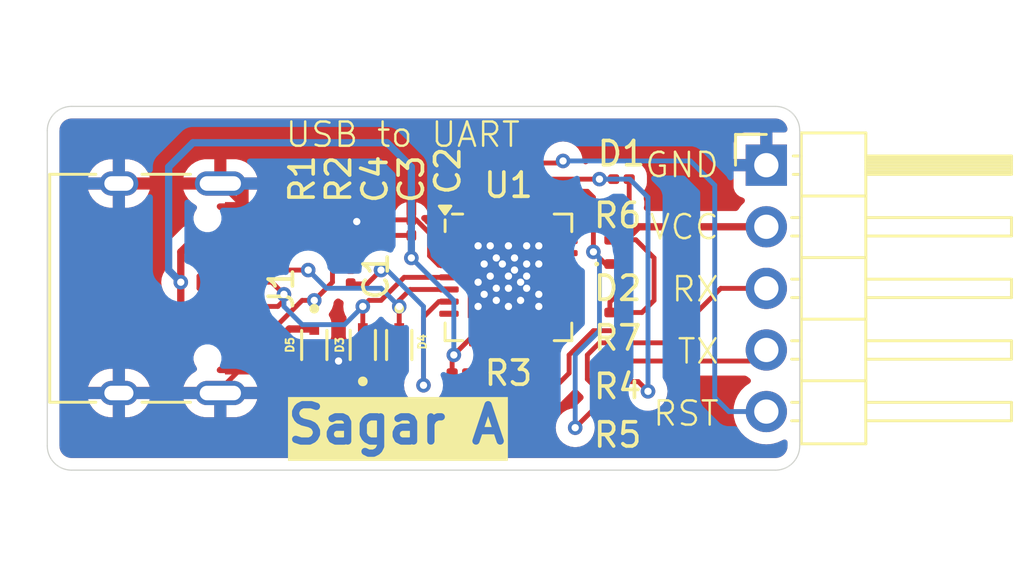
<source format=kicad_pcb>
(kicad_pcb (version 20240108) (generator "pcbnew") (generator_version "8.0")
  (layers (0 "F.Cu" signal) (31 "B.Cu" signal) (34 "B.Paste" user) (35 "F.Paste" user) (36 "B.SilkS" user "B.Silkscreen") (37 "F.SilkS" user "F.Silkscreen") (38 "B.Mask" user) (39 "F.Mask" user) (44 "Edge.Cuts" user))
  (net 0 "")
  (net 1 "GND")
  (net 2 "Net-(U1-VDD)")
  (net 3 "/RST")
  (net 4 "Net-(U1-~{DTR})")
  (net 5 "/VBUS")
  (net 6 "Net-(D1-K)")
  (net 7 "Net-(D1-A)")
  (net 8 "Net-(D2-A)")
  (net 9 "Net-(D2-K)")
  (net 10 "/D+")
  (net 11 "/D-")
  (net 12 "Net-(J1-CC2)")
  (net 15 "Net-(J1-CC1)")
  (net 16 "/TX")
  (net 17 "/RX")
  (net 18 "Net-(U1-~{RST})")
  (footprint "Connector_PinHeader_2.54mm:PinHeader_1x05_P2.54mm_Horizontal" (layer "F.Cu") (at 163.625 131.925)
    (property "Reference" "J2" (hide yes))
    (property "Value" "Conn_01x05_Pin")
    (fp_line (start -1.27 -1.27) (end 0 -1.27) (stroke (width 0.12)) (layer "F.SilkS"))
    (fp_line (start -1.27 0) (end -1.27 -1.27) (stroke (width 0.12)) (layer "F.SilkS"))
    (fp_line (start 1.042929 2.16) (end 1.44 2.16) (stroke (width 0.12)) (layer "F.SilkS"))
    (fp_line (start 1.042929 2.92) (end 1.44 2.92) (stroke (width 0.12)) (layer "F.SilkS"))
    (fp_line (start 1.042929 4.7) (end 1.44 4.7) (stroke (width 0.12)) (layer "F.SilkS"))
    (fp_line (start 1.042929 5.46) (end 1.44 5.46) (stroke (width 0.12)) (layer "F.SilkS"))
    (fp_line (start 1.042929 7.24) (end 1.44 7.24) (stroke (width 0.12)) (layer "F.SilkS"))
    (fp_line (start 1.042929 8) (end 1.44 8) (stroke (width 0.12)) (layer "F.SilkS"))
    (fp_line (start 1.042929 9.78) (end 1.44 9.78) (stroke (width 0.12)) (layer "F.SilkS"))
    (fp_line (start 1.042929 10.54) (end 1.44 10.54) (stroke (width 0.12)) (layer "F.SilkS"))
    (fp_line (start 1.11 -0.38) (end 1.44 -0.38) (stroke (width 0.12)) (layer "F.SilkS"))
    (fp_line (start 1.11 0.38) (end 1.44 0.38) (stroke (width 0.12)) (layer "F.SilkS"))
    (fp_line (start 1.44 -1.33) (end 1.44 11.49) (stroke (width 0.12)) (layer "F.SilkS"))
    (fp_line (start 1.44 1.27) (end 4.1 1.27) (stroke (width 0.12)) (layer "F.SilkS"))
    (fp_line (start 1.44 3.81) (end 4.1 3.81) (stroke (width 0.12)) (layer "F.SilkS"))
    (fp_line (start 1.44 6.35) (end 4.1 6.35) (stroke (width 0.12)) (layer "F.SilkS"))
    (fp_line (start 1.44 8.89) (end 4.1 8.89) (stroke (width 0.12)) (layer "F.SilkS"))
    (fp_line (start 1.44 11.49) (end 4.1 11.49) (stroke (width 0.12)) (layer "F.SilkS"))
    (fp_line (start 4.1 -1.33) (end 1.44 -1.33) (stroke (width 0.12)) (layer "F.SilkS"))
    (fp_line (start 4.1 -0.38) (end 10.1 -0.38) (stroke (width 0.12)) (layer "F.SilkS"))
    (fp_line (start 4.1 -0.32) (end 10.1 -0.32) (stroke (width 0.12)) (layer "F.SilkS"))
    (fp_line (start 4.1 -0.2) (end 10.1 -0.2) (stroke (width 0.12)) (layer "F.SilkS"))
    (fp_line (start 4.1 -0.08) (end 10.1 -0.08) (stroke (width 0.12)) (layer "F.SilkS"))
    (fp_line (start 4.1 0.04) (end 10.1 0.04) (stroke (width 0.12)) (layer "F.SilkS"))
    (fp_line (start 4.1 0.16) (end 10.1 0.16) (stroke (width 0.12)) (layer "F.SilkS"))
    (fp_line (start 4.1 0.28) (end 10.1 0.28) (stroke (width 0.12)) (layer "F.SilkS"))
    (fp_line (start 4.1 2.16) (end 10.1 2.16) (stroke (width 0.12)) (layer "F.SilkS"))
    (fp_line (start 4.1 4.7) (end 10.1 4.7) (stroke (width 0.12)) (layer "F.SilkS"))
    (fp_line (start 4.1 7.24) (end 10.1 7.24) (stroke (width 0.12)) (layer "F.SilkS"))
    (fp_line (start 4.1 9.78) (end 10.1 9.78) (stroke (width 0.12)) (layer "F.SilkS"))
    (fp_line (start 4.1 11.49) (end 4.1 -1.33) (stroke (width 0.12)) (layer "F.SilkS"))
    (fp_line (start 10.1 -0.38) (end 10.1 0.38) (stroke (width 0.12)) (layer "F.SilkS"))
    (fp_line (start 10.1 0.38) (end 4.1 0.38) (stroke (width 0.12)) (layer "F.SilkS"))
    (fp_line (start 10.1 2.16) (end 10.1 2.92) (stroke (width 0.12)) (layer "F.SilkS"))
    (fp_line (start 10.1 2.92) (end 4.1 2.92) (stroke (width 0.12)) (layer "F.SilkS"))
    (fp_line (start 10.1 4.7) (end 10.1 5.46) (stroke (width 0.12)) (layer "F.SilkS"))
    (fp_line (start 10.1 5.46) (end 4.1 5.46) (stroke (width 0.12)) (layer "F.SilkS"))
    (fp_line (start 10.1 7.24) (end 10.1 8) (stroke (width 0.12)) (layer "F.SilkS"))
    (fp_line (start 10.1 8) (end 4.1 8) (stroke (width 0.12)) (layer "F.SilkS"))
    (fp_line (start 10.1 9.78) (end 10.1 10.54) (stroke (width 0.12)) (layer "F.SilkS"))
    (fp_line (start 10.1 10.54) (end 4.1 10.54) (stroke (width 0.12)) (layer "F.SilkS"))
    (pad "1" thru_hole rect (at 0 0) (size 1.7 1.7) (drill 1) (layers "*.Cu" "*.Mask") (net 1 "GND"))
    (pad "2" thru_hole oval (at 0 2.54) (size 1.7 1.7) (drill 1) (layers "*.Cu" "*.Mask") (net 5 "/VBUS"))
    (pad "3" thru_hole oval (at 0 5.08) (size 1.7 1.7) (drill 1) (layers "*.Cu" "*.Mask") (net 17 "/RX"))
    (pad "4" thru_hole oval (at 0 7.62) (size 1.7 1.7) (drill 1) (layers "*.Cu" "*.Mask") (net 16 "/TX"))
    (pad "5" thru_hole oval (at 0 10.16) (size 1.7 1.7) (drill 1) (layers "*.Cu" "*.Mask") (net 3 "/RST"))
  )
  (footprint "LESD5D5.0CT1G:TVS_LESD5D5.0CT1G" (layer "F.Cu") (at 145 139.34 -90)
    (property "Reference" "D5" (at 0 1 90) (layer "F.SilkS") (effects (font (size 0.32 0.32))))
    (property "Value" "LESD5D5.0CT1G")
    (fp_line (start 0.6 0.52) (end -0.6 0.52) (stroke (width 0.127)) (layer "F.SilkS"))
    (fp_line (start -0.6 -0.52) (end 0.6 -0.52) (stroke (width 0.127)) (layer "F.SilkS"))
    (fp_circle (center -1.5 0) (end -1.4 0) (stroke (width 0.2)) (fill none) (layer "F.SilkS"))
    (pad "1" smd rect (at -0.66 0 270) (size 0.48 0.4) (layers "F.Cu" "F.Paste" "F.Mask") (net 5 "/VBUS"))
    (pad "2" smd rect (at 0.66 0 270) (size 0.48 0.4) (layers "F.Cu" "F.Paste" "F.Mask") (net 1 "GND"))
  )
  (footprint "Resistor_SMD:R_0201_0603Metric" (layer "F.Cu") (at 157.5 135 180)
    (property "Reference" "R6" (at 0 1 0) (layer "F.SilkS"))
    (property "Value" "1K")
    (pad "1" smd roundrect (at -0.32 0 180) (size 0.46 0.4) (layers "F.Cu" "F.Mask") (net 5 "/VBUS"))
    (pad "2" smd roundrect (at 0.32 0 180) (size 0.46 0.4) (layers "F.Cu" "F.Mask") (net 7 "Net-(D1-A)"))
  )
  (footprint "LESD5D5.0CT1G:TVS_LESD5D5.0CT1G" (layer "F.Cu") (at 148.5 139.34 -90)
    (property "Reference" "D4" (at -0.134 -0.9532 90) (layer "F.SilkS") (effects (font (size 0.32 0.32))))
    (property "Value" "LESD5D5.0CT1G")
    (fp_line (start 0.6 0.52) (end -0.6 0.52) (stroke (width 0.127)) (layer "F.SilkS"))
    (fp_line (start -0.6 -0.52) (end 0.6 -0.52) (stroke (width 0.127)) (layer "F.SilkS"))
    (fp_circle (center -1.5 0) (end -1.4 0) (stroke (width 0.2)) (fill none) (layer "F.SilkS"))
    (pad "1" smd rect (at -0.66 0 270) (size 0.48 0.4) (layers "F.Cu" "F.Paste" "F.Mask") (net 11 "/D-"))
    (pad "2" smd rect (at 0.66 0 270) (size 0.48 0.4) (layers "F.Cu" "F.Paste" "F.Mask") (net 1 "GND"))
  )
  (footprint "Resistor_SMD:R_0201_0603Metric" (layer "F.Cu") (at 144.5 134.5 90)
    (property "Reference" "R1" (at 2 0 90) (layer "F.SilkS"))
    (property "Value" "5.1K")
    (pad "1" smd roundrect (at -0.32 0 90) (size 0.46 0.4) (layers "F.Cu" "F.Mask") (net 15 "Net-(J1-CC1)"))
    (pad "2" smd roundrect (at 0.32 0 90) (size 0.46 0.4) (layers "F.Cu" "F.Mask") (net 1 "GND"))
  )
  (footprint "Package_DFN_QFN:QFN-28-1EP_5x5mm_P0.5mm_EP3.35x3.35mm" (layer "F.Cu") (at 153 136.55)
    (property "Reference" "U1" (at 0 -3.8 0) (layer "F.SilkS"))
    (property "Value" "CP2102N-Axx-xQFN28")
    (fp_line (start -2.61 -1.885) (end -2.61 -2.37) (stroke (width 0.12)) (layer "F.SilkS"))
    (fp_line (start -2.61 2.61) (end -2.61 1.885) (stroke (width 0.12)) (layer "F.SilkS"))
    (fp_line (start -1.885 -2.61) (end -2.31 -2.61) (stroke (width 0.12)) (layer "F.SilkS"))
    (fp_line (start -1.885 2.61) (end -2.61 2.61) (stroke (width 0.12)) (layer "F.SilkS"))
    (fp_line (start 1.885 -2.61) (end 2.61 -2.61) (stroke (width 0.12)) (layer "F.SilkS"))
    (fp_line (start 1.885 2.61) (end 2.61 2.61) (stroke (width 0.12)) (layer "F.SilkS"))
    (fp_line (start 2.61 -2.61) (end 2.61 -1.885) (stroke (width 0.12)) (layer "F.SilkS"))
    (fp_line (start 2.61 2.61) (end 2.61 1.885) (stroke (width 0.12)) (layer "F.SilkS"))
    (fp_poly (pts (xy -2.61 -2.61) (xy -2.85 -2.94) (xy -2.37 -2.94) (xy -2.61 -2.61)) (stroke (width 0.12)) (fill solid) (layer "F.SilkS"))
    (pad "1" smd roundrect (at -2.45 -1.5) (size 0.8 0.25) (layers "F.Cu" "F.Paste" "F.Mask"))
    (pad "2" smd roundrect (at -2.45 -1) (size 0.8 0.25) (layers "F.Cu" "F.Paste" "F.Mask"))
    (pad "3" smd roundrect (at -2.45 -0.5) (size 0.8 0.25) (layers "F.Cu" "F.Paste" "F.Mask") (net 1 "GND"))
    (pad "4" smd roundrect (at -2.45 0) (size 0.8 0.25) (layers "F.Cu" "F.Paste" "F.Mask") (net 10 "/D+"))
    (pad "5" smd roundrect (at -2.45 0.5) (size 0.8 0.25) (layers "F.Cu" "F.Paste" "F.Mask") (net 11 "/D-"))
    (pad "6" smd roundrect (at -2.45 1) (size 0.8 0.25) (layers "F.Cu" "F.Paste" "F.Mask") (net 2 "Net-(U1-VDD)"))
    (pad "7" smd roundrect (at -2.45 1.5) (size 0.8 0.25) (layers "F.Cu" "F.Paste" "F.Mask") (net 5 "/VBUS"))
    (pad "8" smd roundrect (at -1.5 2.45) (size 0.25 0.8) (layers "F.Cu" "F.Paste" "F.Mask") (net 5 "/VBUS"))
    (pad "9" smd roundrect (at -1 2.45) (size 0.25 0.8) (layers "F.Cu" "F.Paste" "F.Mask") (net 18 "Net-(U1-~{RST})"))
    (pad "10" smd roundrect (at -0.5 2.45) (size 0.25 0.8) (layers "F.Cu" "F.Paste" "F.Mask"))
    (pad "11" smd roundrect (at 0 2.45) (size 0.25 0.8) (layers "F.Cu" "F.Paste" "F.Mask"))
    (pad "12" smd roundrect (at 0.5 2.45) (size 0.25 0.8) (layers "F.Cu" "F.Paste" "F.Mask"))
    (pad "13" smd roundrect (at 1 2.45) (size 0.25 0.8) (layers "F.Cu" "F.Paste" "F.Mask"))
    (pad "14" smd roundrect (at 1.5 2.45) (size 0.25 0.8) (layers "F.Cu" "F.Paste" "F.Mask"))
    (pad "15" smd roundrect (at 2.45 1.5) (size 0.8 0.25) (layers "F.Cu" "F.Paste" "F.Mask"))
    (pad "16" smd roundrect (at 2.45 1) (size 0.8 0.25) (layers "F.Cu" "F.Paste" "F.Mask"))
    (pad "17" smd roundrect (at 2.45 0.5) (size 0.8 0.25) (layers "F.Cu" "F.Paste" "F.Mask"))
    (pad "18" smd roundrect (at 2.45 0) (size 0.8 0.25) (layers "F.Cu" "F.Paste" "F.Mask"))
    (pad "19" smd roundrect (at 2.45 -0.5) (size 0.8 0.25) (layers "F.Cu" "F.Paste" "F.Mask"))
    (pad "20" smd roundrect (at 2.45 -1) (size 0.8 0.25) (layers "F.Cu" "F.Paste" "F.Mask"))
    (pad "21" smd roundrect (at 2.45 -1.5) (size 0.8 0.25) (layers "F.Cu" "F.Paste" "F.Mask"))
    (pad "22" smd roundrect (at 1.5 -2.45) (size 0.25 0.8) (layers "F.Cu" "F.Paste" "F.Mask"))
    (pad "23" smd roundrect (at 1 -2.45) (size 0.25 0.8) (layers "F.Cu" "F.Paste" "F.Mask"))
    (pad "24" smd roundrect (at 0.5 -2.45) (size 0.25 0.8) (layers "F.Cu" "F.Paste" "F.Mask"))
    (pad "25" smd roundrect (at 0 -2.45) (size 0.25 0.8) (layers "F.Cu" "F.Paste" "F.Mask") (net 9 "Net-(D2-K)"))
    (pad "26" smd roundrect (at -0.5 -2.45) (size 0.25 0.8) (layers "F.Cu" "F.Paste" "F.Mask") (net 6 "Net-(D1-K)"))
    (pad "27" smd roundrect (at -1 -2.45) (size 0.25 0.8) (layers "F.Cu" "F.Paste" "F.Mask"))
    (pad "28" smd roundrect (at -1.5 -2.45) (size 0.25 0.8) (layers "F.Cu" "F.Paste" "F.Mask") (net 4 "Net-(U1-~{DTR})"))
    (pad "29" smd rect (at 0 0) (size 3.35 3.35) (property pad_prop_heatsink) (layers "F.Cu" "F.Mask") (net 1 "GND"))
  )
  (footprint "LED_SMD:LED_0201_0603Metric" (layer "F.Cu") (at 157.655 132.5)
    (property "Reference" "D1" (at 0 -1.05 0) (layer "F.SilkS"))
    (property "Value" "LED")
    (fp_circle (center -0.86 0) (end -0.81 0) (stroke (width 0.1)) (fill none) (layer "F.SilkS"))
    (pad "1" smd roundrect (at -0.32 0) (size 0.46 0.4) (layers "F.Cu" "F.Mask") (net 6 "Net-(D1-K)"))
    (pad "2" smd roundrect (at 0.32 0) (size 0.46 0.4) (layers "F.Cu" "F.Mask") (net 7 "Net-(D1-A)"))
  )
  (footprint "Resistor_SMD:R_0201_0603Metric" (layer "F.Cu") (at 151 140.5)
    (property "Reference" "R3" (at 2 0 0) (layer "F.SilkS"))
    (property "Value" "10K")
    (pad "1" smd roundrect (at -0.32 0) (size 0.46 0.4) (layers "F.Cu" "F.Mask") (net 5 "/VBUS"))
    (pad "2" smd roundrect (at 0.32 0) (size 0.46 0.4) (layers "F.Cu" "F.Mask") (net 18 "Net-(U1-~{RST})"))
  )
  (footprint "Connector_USB:USB_C_Receptacle_HRO_TYPE-C-31-M-12" (layer "F.Cu") (at 138 137 -90)
    (property "Reference" "J1" (at 0 -5.645 90) (layer "F.SilkS"))
    (property "Value" "USB_C_Receptacle_USB2.0_16P")
    (fp_line (start -4.7 3.9) (end 4.7 3.9) (stroke (width 0.12)) (layer "F.SilkS"))
    (fp_line (start -4.7 2) (end -4.7 3.9) (stroke (width 0.12)) (layer "F.SilkS"))
    (fp_line (start 4.7 2) (end 4.7 3.9) (stroke (width 0.12)) (layer "F.SilkS"))
    (fp_line (start -4.7 -1.9) (end -4.7 0.1) (stroke (width 0.12)) (layer "F.SilkS"))
    (fp_line (start 4.7 -1.9) (end 4.7 0.1) (stroke (width 0.12)) (layer "F.SilkS"))
    (pad "" np_thru_hole circle (at -2.89 -2.6 270) (size 0.65 0.65) (drill 0.65) (layers "*.Cu" "*.Mask"))
    (pad "" np_thru_hole circle (at 2.89 -2.6 270) (size 0.65 0.65) (drill 0.65) (layers "*.Cu" "*.Mask"))
    (pad "A1" smd rect (at -3.25 -4.045 270) (size 0.6 1.45) (layers "F.Cu" "F.Paste" "F.Mask") (net 1 "GND"))
    (pad "A4" smd rect (at -2.45 -4.045 270) (size 0.6 1.45) (layers "F.Cu" "F.Paste" "F.Mask") (net 5 "/VBUS"))
    (pad "A5" smd rect (at -1.25 -4.045 270) (size 0.3 1.45) (layers "F.Cu" "F.Paste" "F.Mask") (net 15 "Net-(J1-CC1)"))
    (pad "A6" smd rect (at -0.25 -4.045 270) (size 0.3 1.45) (layers "F.Cu" "F.Paste" "F.Mask") (net 10 "/D+"))
    (pad "A7" smd rect (at 0.25 -4.045 270) (size 0.3 1.45) (layers "F.Cu" "F.Paste" "F.Mask") (net 11 "/D-"))
    (pad "A8" smd rect (at 1.25 -4.045 270) (size 0.3 1.45) (layers "F.Cu" "F.Paste" "F.Mask"))
    (pad "A9" smd rect (at 2.45 -4.045 270) (size 0.6 1.45) (layers "F.Cu" "F.Paste" "F.Mask") (net 5 "/VBUS"))
    (pad "A12" smd rect (at 3.25 -4.045 270) (size 0.6 1.45) (layers "F.Cu" "F.Paste" "F.Mask") (net 1 "GND"))
    (pad "B1" smd rect (at 3.25 -4.045 270) (size 0.6 1.45) (layers "F.Cu" "F.Paste" "F.Mask") (net 1 "GND"))
    (pad "B4" smd rect (at 2.45 -4.045 270) (size 0.6 1.45) (layers "F.Cu" "F.Paste" "F.Mask") (net 5 "/VBUS"))
    (pad "B5" smd rect (at 1.75 -4.045 270) (size 0.3 1.45) (layers "F.Cu" "F.Paste" "F.Mask") (net 12 "Net-(J1-CC2)"))
    (pad "B6" smd rect (at 0.75 -4.045 270) (size 0.3 1.45) (layers "F.Cu" "F.Paste" "F.Mask") (net 10 "/D+"))
    (pad "B7" smd rect (at -0.75 -4.045 270) (size 0.3 1.45) (layers "F.Cu" "F.Paste" "F.Mask") (net 11 "/D-"))
    (pad "B8" smd rect (at -1.75 -4.045 270) (size 0.3 1.45) (layers "F.Cu" "F.Paste" "F.Mask"))
    (pad "B9" smd rect (at -2.45 -4.045 270) (size 0.6 1.45) (layers "F.Cu" "F.Paste" "F.Mask") (net 5 "/VBUS"))
    (pad "B12" smd rect (at -3.25 -4.045 270) (size 0.6 1.45) (layers "F.Cu" "F.Paste" "F.Mask") (net 1 "GND"))
    (pad "S1" thru_hole oval (at -4.32 -3.13 270) (size 1 2.1) (drill oval 0.6 1.7) (layers "*.Cu" "*.Mask") (net 1 "GND"))
    (pad "S1" thru_hole oval (at -4.32 1.05 270) (size 1 1.6) (drill oval 0.6 1.2) (layers "*.Cu" "*.Mask") (net 1 "GND"))
    (pad "S1" thru_hole oval (at 4.32 -3.13 270) (size 1 2.1) (drill oval 0.6 1.7) (layers "*.Cu" "*.Mask") (net 1 "GND"))
    (pad "S1" thru_hole oval (at 4.32 1.05 270) (size 1 1.6) (drill oval 0.6 1.2) (layers "*.Cu" "*.Mask") (net 1 "GND"))
  )
  (footprint "Capacitor_SMD:C_0201_0603Metric" (layer "F.Cu") (at 146.5 136.5 -90)
    (property "Reference" "C1" (at 0 -1.05 90) (layer "F.SilkS"))
    (property "Value" "100nF")
    (pad "1" smd roundrect (at -0.32 0 270) (size 0.46 0.4) (layers "F.Cu" "F.Mask") (net 1 "GND"))
    (pad "2" smd roundrect (at 0.32 0 270) (size 0.46 0.4) (layers "F.Cu" "F.Mask") (net 2 "Net-(U1-VDD)"))
  )
  (footprint "Resistor_SMD:R_0201_0603Metric" (layer "F.Cu") (at 157.5 138 180)
    (property "Reference" "R7" (at 0 -1.05 0) (layer "F.SilkS"))
    (property "Value" "1K")
    (pad "1" smd roundrect (at -0.32 0 180) (size 0.46 0.4) (layers "F.Cu" "F.Mask") (net 5 "/VBUS"))
    (pad "2" smd roundrect (at 0.32 0 180) (size 0.46 0.4) (layers "F.Cu" "F.Mask") (net 8 "Net-(D2-A)"))
  )
  (footprint "LED_SMD:LED_0201_0603Metric" (layer "F.Cu") (at 157.5 136)
    (property "Reference" "D2" (at 0 1 0) (layer "F.SilkS"))
    (property "Value" "LED")
    (fp_circle (center -0.86 0) (end -0.81 0) (stroke (width 0.1)) (fill none) (layer "F.SilkS"))
    (pad "1" smd roundrect (at -0.32 0) (size 0.46 0.4) (layers "F.Cu" "F.Mask") (net 9 "Net-(D2-K)"))
    (pad "2" smd roundrect (at 0.32 0) (size 0.46 0.4) (layers "F.Cu" "F.Mask") (net 8 "Net-(D2-A)"))
  )
  (footprint "Capacitor_SMD:C_0201_0603Metric" (layer "F.Cu") (at 147.5 134.5 90)
    (property "Reference" "C4" (at 2 0 90) (layer "F.SilkS"))
    (property "Value" "100nF")
    (pad "1" smd roundrect (at -0.32 0 90) (size 0.46 0.4) (layers "F.Cu" "F.Mask") (net 5 "/VBUS"))
    (pad "2" smd roundrect (at 0.32 0 90) (size 0.46 0.4) (layers "F.Cu" "F.Mask") (net 1 "GND"))
  )
  (footprint "Resistor_SMD:R_0201_0603Metric" (layer "F.Cu") (at 157.5 140 180)
    (property "Reference" "R4" (at 0 -1.05 0) (layer "F.SilkS"))
    (property "Value" "1K")
    (pad "1" smd roundrect (at -0.32 0 180) (size 0.46 0.4) (layers "F.Cu" "F.Mask") (net 16 "/TX"))
    (pad "2" smd roundrect (at 0.32 0 180) (size 0.46 0.4) (layers "F.Cu" "F.Mask") (net 6 "Net-(D1-K)"))
  )
  (footprint "Resistor_SMD:R_0201_0603Metric" (layer "F.Cu") (at 146 134.5 90)
    (property "Reference" "R2" (at 2 0 90) (layer "F.SilkS"))
    (property "Value" "5.1K")
    (pad "1" smd roundrect (at -0.32 0 90) (size 0.46 0.4) (layers "F.Cu" "F.Mask") (net 12 "Net-(J1-CC2)"))
    (pad "2" smd roundrect (at 0.32 0 90) (size 0.46 0.4) (layers "F.Cu" "F.Mask") (net 1 "GND"))
  )
  (footprint "Capacitor_SMD:C_0201_0603Metric" (layer "F.Cu") (at 149 134.5 90)
    (property "Reference" "C3" (at 2 0 90) (layer "F.SilkS"))
    (property "Value" "100nF")
    (pad "1" smd roundrect (at -0.32 0 90) (size 0.46 0.4) (layers "F.Cu" "F.Mask") (net 5 "/VBUS"))
    (pad "2" smd roundrect (at 0.32 0 90) (size 0.46 0.4) (layers "F.Cu" "F.Mask") (net 1 "GND"))
  )
  (footprint "LESD5D5.0CT1G:TVS_LESD5D5.0CT1G" (layer "F.Cu") (at 147 139.34 90)
    (property "Reference" "D3" (at 0 -0.9532 90) (layer "F.SilkS") (effects (font (size 0.32 0.32))))
    (property "Value" "LESD5D5.0CT1G")
    (fp_line (start -0.6 -0.52) (end 0.6 -0.52) (stroke (width 0.127)) (layer "F.SilkS"))
    (fp_line (start 0.6 0.52) (end -0.6 0.52) (stroke (width 0.127)) (layer "F.SilkS"))
    (fp_circle (center -1.5 0) (end -1.4 0) (stroke (width 0.2)) (fill none) (layer "F.SilkS"))
    (pad "1" smd rect (at -0.66 0 90) (size 0.48 0.4) (layers "F.Cu" "F.Paste" "F.Mask") (net 1 "GND"))
    (pad "2" smd rect (at 0.66 0 90) (size 0.48 0.4) (layers "F.Cu" "F.Paste" "F.Mask") (net 10 "/D+"))
  )
  (footprint "Capacitor_SMD:C_0201_0603Metric" (layer "F.Cu") (at 151.5 132.155 -90)
    (property "Reference" "C2" (at 0 1 90) (layer "F.SilkS"))
    (property "Value" "100nF")
    (pad "1" smd roundrect (at -0.32 0 270) (size 0.46 0.4) (layers "F.Cu" "F.Mask") (net 3 "/RST"))
    (pad "2" smd roundrect (at 0.32 0 270) (size 0.46 0.4) (layers "F.Cu" "F.Mask") (net 4 "Net-(U1-~{DTR})"))
  )
  (footprint "Resistor_SMD:R_0201_0603Metric" (layer "F.Cu") (at 157.5 142 180)
    (property "Reference" "R5" (at 0 -1.05 0) (layer "F.SilkS"))
    (property "Value" "1K")
    (pad "1" smd roundrect (at -0.32 0 180) (size 0.46 0.4) (layers "F.Cu" "F.Mask") (net 17 "/RX"))
    (pad "2" smd roundrect (at 0.32 0 180) (size 0.46 0.4) (layers "F.Cu" "F.Mask") (net 9 "Net-(D2-K)"))
  )
  (gr_line (start 165 130.5) (end 165 143.5) (stroke (width 0.05)) (layer "Edge.Cuts"))
  (gr_line (start 134 130.5) (end 134 143.5) (stroke (width 0.05)) (layer "Edge.Cuts"))
  (gr_line (start 135 129.5) (end 164 129.5) (stroke (width 0.05)) (layer "Edge.Cuts"))
  (gr_line (start 135 144.5) (end 164 144.5) (stroke (width 0.05)) (layer "Edge.Cuts"))
  (gr_arc (start 135 144.5) (mid 134.292893 144.207107) (end 134 143.5) (stroke (width 0.05)) (layer "Edge.Cuts"))
  (gr_arc (start 165 143.5) (mid 164.707107 144.207107) (end 164 144.5) (stroke (width 0.05)) (layer "Edge.Cuts"))
  (gr_arc (start 164 129.5) (mid 164.707107 129.792893) (end 165 130.5) (stroke (width 0.05)) (layer "Edge.Cuts"))
  (gr_arc (start 134 130.5) (mid 134.292893 129.792893) (end 135 129.5) (stroke (width 0.05)) (layer "Edge.Cuts"))
  (gr_text "Sagar A" (at 143.75 143.5 0) (layer "F.SilkS" knockout) (effects (font (size 1.5 1.5) (thickness 0.3) (bold yes)) (justify left bottom)))
  (gr_text "USB to UART" (at 143.75 131.25 0) (layer "F.SilkS") (effects (font (size 1 1) (thickness 0.1)) (justify left bottom)))
  (gr_text "RX" (at 159.654762 137.625 0) (layer "F.SilkS") (effects (font (size 1 1) (thickness 0.1)) (justify left bottom)))
  (gr_text "GND" (at 158.559524 132.5 0) (layer "F.SilkS") (effects (font (size 1 1) (thickness 0.1)) (justify left bottom)))
  (gr_text "TX" (at 159.892857 140.1875 0) (layer "F.SilkS") (effects (font (size 1 1) (thickness 0.1)) (justify left bottom)))
  (gr_text "RST" (at 158.892857 142.75 0) (layer "F.SilkS") (effects (font (size 1 1) (thickness 0.1)) (justify left bottom)))
  (gr_text "VCC" (at 158.75 135.0625 0) (layer "F.SilkS") (effects (font (size 1 1) (thickness 0.1)) (justify left bottom)))
  (segment (start 136.95 132.68) (end 141.13 132.68) (width 0.2) (layer "F.Cu") (net 1))
  (segment (start 150.55 136.05) (end 150.135614 136.05) (width 0.2) (layer "F.Cu") (net 1))
  (segment (start 157 130.5) (end 149.75 130.5) (width 0.3) (layer "F.Cu") (net 1))
  (segment (start 144.75 140.25) (end 145 140) (width 0.2) (layer "F.Cu") (net 1))
  (segment (start 149.199999 134.18) (end 149 134.18) (width 0.2) (layer "F.Cu") (net 1))
  (segment (start 146 134.18) (end 144.5 134.18) (width 0.2) (layer "F.Cu") (net 1))
  (segment (start 136.95 141.32) (end 141.13 141.32) (width 0.2) (layer "F.Cu") (net 1))
  (segment (start 142.045 133.75) (end 142.045 133.595) (width 0.2) (layer "F.Cu") (net 1))
  (segment (start 149 131.25) (end 149 134.18) (width 0.3) (layer "F.Cu") (net 1))
  (segment (start 142.045 133.595) (end 141.13 132.68) (width 0.2) (layer "F.Cu") (net 1))
  (segment (start 145 140) (end 146 140) (width 0.2) (layer "F.Cu") (net 1))
  (segment (start 149.75 130.5) (end 149 131.25) (width 0.3) (layer "F.Cu") (net 1))
  (segment (start 142.045 133.75) (end 144.07 133.75) (width 0.2) (layer "F.Cu") (net 1))
  (segment (start 147.5 134.18) (end 146.82 134.18) (width 0.2) (layer "F.Cu") (net 1))
  (segment (start 146.82 134.18) (end 146.75 134.25) (width 0.2) (layer "F.Cu") (net 1))
  (segment (start 149 134.18) (end 147.5 134.18) (width 0.2) (layer "F.Cu") (net 1))
  (segment (start 146.5 135.75) (end 146.75 135.5) (width 0.2) (layer "F.Cu") (net 1))
  (segment (start 146.75 135.5) (end 146.75 134.25) (width 0.2) (layer "F.Cu") (net 1))
  (segment (start 141.13 141.165) (end 142.045 140.25) (width 0.2) (layer "F.Cu") (net 1))
  (segment (start 141.13 141.32) (end 141.13 141.165) (width 0.2) (layer "F.Cu") (net 1))
  (segment (start 142.045 140.25) (end 144.75 140.25) (width 0.2) (layer "F.Cu") (net 1))
  (segment (start 158.25 130.75) (end 157.25 130.75) (width 0.3) (layer "F.Cu") (net 1))
  (segment (start 149.75 134.730001) (end 149.199999 134.18) (width 0.2) (layer "F.Cu") (net 1))
  (segment (start 149.75 135.664386) (end 149.75 134.730001) (width 0.2) (layer "F.Cu") (net 1))
  (segment (start 148.5 140) (end 147 140) (width 0.2) (layer "F.Cu") (net 1))
  (segment (start 144.07 133.75) (end 144.5 134.18) (width 0.2) (layer "F.Cu") (net 1))
  (segment (start 150.135614 136.05) (end 149.75 135.664386) (width 0.2) (layer "F.Cu") (net 1))
  (segment (start 146.5 136.18) (end 146.5 135.75) (width 0.2) (layer "F.Cu") (net 1))
  (segment (start 150.55 136.05) (end 151.05 136.05) (width 0.2) (layer "F.Cu") (net 1))
  (segment (start 146 140) (end 147 140) (width 0.2) (layer "F.Cu") (net 1))
  (segment (start 151.05 136.05) (end 151.75 136.75) (width 0.2) (layer "F.Cu") (net 1))
  (segment (start 146.75 134.25) (end 146.68 134.18) (width 0.2) (layer "F.Cu") (net 1))
  (segment (start 157.25 130.75) (end 157 130.5) (width 0.3) (layer "F.Cu") (net 1))
  (segment (start 159.425 131.925) (end 158.25 130.75) (width 0.3) (layer "F.Cu") (net 1))
  (segment (start 163.625 131.925) (end 159.425 131.925) (width 0.3) (layer "F.Cu") (net 1))
  (segment (start 146.68 134.18) (end 146 134.18) (width 0.2) (layer "F.Cu") (net 1))
  (via (at 151.75 137.75) (size 0.6) (drill 0.3) (layers "F.Cu" "B.Cu") (net 1))
  (via (at 153 135.25) (size 0.6) (drill 0.3) (layers "F.Cu" "B.Cu") (net 1))
  (via (at 153 137) (size 0.6) (drill 0.3) (layers "F.Cu" "B.Cu") (net 1))
  (via (at 152.25 136.5) (size 0.6) (drill 0.3) (layers "F.Cu" "B.Cu") (net 1))
  (via (at 153.5 136.75) (size 0.6) (drill 0.3) (layers "F.Cu" "B.Cu") (net 1))
  (via (at 152.5 135.75) (size 0.6) (drill 0.3) (layers "F.Cu" "B.Cu") (net 1))
  (via (at 152.25 135.25) (size 0.6) (drill 0.3) (layers "F.Cu" "B.Cu") (net 1))
  (via (at 154.25 137.25) (size 0.6) (drill 0.3) (layers "F.Cu" "B.Cu") (net 1))
  (via (at 146.75 134.25) (size 0.6) (drill 0.3) (layers "F.Cu" "B.Cu") (net 1))
  (via (at 152.75 136) (size 0.6) (drill 0.3) (layers "F.Cu" "B.Cu") (net 1))
  (via (at 153.25 136.25) (size 0.6) (drill 0.3) (layers "F.Cu" "B.Cu") (net 1))
  (via (at 152.5 137) (size 0.6) (drill 0.3) (layers "F.Cu" "B.Cu") (net 1))
  (via (at 154.25 136) (size 0.6) (drill 0.3) (layers "F.Cu" "B.Cu") (net 1))
  (via (at 154.25 135.25) (size 0.6) (drill 0.3) (layers "F.Cu" "B.Cu") (net 1))
  (via (at 153.75 136) (size 0.6) (drill 0.3) (layers "F.Cu" "B.Cu") (net 1))
  (via (at 153.25 135.75) (size 0.6) (drill 0.3) (layers "F.Cu" "B.Cu") (net 1))
  (via (at 153 136.5) (size 0.6) (drill 0.3) (layers "F.Cu" "B.Cu") (net 1))
  (via (at 152.5 137.5) (size 0.6) (drill 0.3) (layers "F.Cu" "B.Cu") (net 1))
  (via (at 152 137.25) (size 0.6) (drill 0.3) (layers "F.Cu" "B.Cu") (net 1))
  (via (at 153 137.75) (size 0.6) (drill 0.3) (layers "F.Cu" "B.Cu") (net 1))
  (via (at 153.5 137.5) (size 0.6) (drill 0.3) (layers "F.Cu" "B.Cu") (net 1))
  (via (at 151.75 135.25) (size 0.6) (drill 0.3) (layers "F.Cu" "B.Cu") (net 1))
  (via (at 146 140) (size 0.6) (drill 0.3) (layers "F.Cu" "B.Cu") (net 1))
  (via (at 154.25 137.75) (size 0.6) (drill 0.3) (layers "F.Cu" "B.Cu") (net 1))
  (via (at 153.75 137) (size 0.6) (drill 0.3) (layers "F.Cu" "B.Cu") (net 1))
  (via (at 151.75 136.75) (size 0.6) (drill 0.3) (layers "F.Cu" "B.Cu") (net 1))
  (via (at 153.75 136.5) (size 0.6) (drill 0.3) (layers "F.Cu" "B.Cu") (net 1))
  (via (at 153.75 135.25) (size 0.6) (drill 0.3) (layers "F.Cu" "B.Cu") (net 1))
  (via (at 152 136) (size 0.6) (drill 0.3) (layers "F.Cu" "B.Cu") (net 1))
  (segment (start 143.25 134.25) (end 146.75 134.25) (width 0.2) (layer "B.Cu") (net 1))
  (segment (start 142.75 138.75) (end 142.75 134.75) (width 0.2) (layer "B.Cu") (net 1))
  (segment (start 144 140) (end 142.75 138.75) (width 0.2) (layer "B.Cu") (net 1))
  (segment (start 146 140) (end 144 140) (width 0.2) (layer "B.Cu") (net 1))
  (segment (start 142.75 134.75) (end 143.25 134.25) (width 0.2) (layer "B.Cu") (net 1))
  (segment (start 150.55 137.55) (end 150.135614 137.55) (width 0.2) (layer "F.Cu") (net 2))
  (segment (start 149.5 138.185614) (end 149.5 141) (width 0.2) (layer "F.Cu") (net 2))
  (segment (start 147.18 136.82) (end 147.75 136.25) (width 0.2) (layer "F.Cu") (net 2))
  (segment (start 146.5 136.82) (end 147.18 136.82) (width 0.2) (layer "F.Cu") (net 2))
  (segment (start 150.135614 137.55) (end 149.5 138.185614) (width 0.2) (layer "F.Cu") (net 2))
  (via (at 149.5 141) (size 0.6) (drill 0.3) (layers "F.Cu" "B.Cu") (net 2))
  (via (at 147.75 136.25) (size 0.6) (drill 0.3) (layers "F.Cu" "B.Cu") (net 2))
  (segment (start 149.5 137.75) (end 148 136.25) (width 0.2) (layer "B.Cu") (net 2))
  (segment (start 148 136.25) (end 147.75 136.25) (width 0.2) (layer "B.Cu") (net 2))
  (segment (start 149.5 141) (end 149.5 137.75) (width 0.2) (layer "B.Cu") (net 2))
  (segment (start 155.165 131.835) (end 155.25 131.75) (width 0.2) (layer "F.Cu") (net 3))
  (segment (start 151.5 131.835) (end 155.165 131.835) (width 0.2) (layer "F.Cu") (net 3))
  (via (at 155.25 131.75) (size 0.6) (drill 0.3) (layers "F.Cu" "B.Cu") (net 3))
  (segment (start 162.085 142.085) (end 161.5 141.5) (width 0.2) (layer "B.Cu") (net 3))
  (segment (start 160.5 131.75) (end 155.25 131.75) (width 0.2) (layer "B.Cu") (net 3))
  (segment (start 163.625 142.085) (end 162.085 142.085) (width 0.2) (layer "B.Cu") (net 3))
  (segment (start 161.5 132.75) (end 160.5 131.75) (width 0.2) (layer "B.Cu") (net 3))
  (segment (start 161.5 141.5) (end 161.5 132.75) (width 0.2) (layer "B.Cu") (net 3))
  (segment (start 151.5 134.1) (end 151.5 132.475) (width 0.2) (layer "F.Cu") (net 4))
  (segment (start 139.5 136.75) (end 139.5 138.25) (width 0.3) (layer "F.Cu") (net 5))
  (segment (start 151.5 139) (end 150.75 139.75) (width 0.2) (layer "F.Cu") (net 5))
  (segment (start 150.75 139.75) (end 150.68 139.82) (width 0.2) (layer "F.Cu") (net 5))
  (segment (start 141.185305 134.55) (end 140.735305 135) (width 0.3) (layer "F.Cu") (net 5))
  (segment (start 163.625 134.465) (end 158.355 134.465) (width 0.3) (layer "F.Cu") (net 5))
  (segment (start 155.5 139.75) (end 155.5 140.5) (width 0.2) (layer "F.Cu") (net 5))
  (segment (start 158.25 135) (end 157.82 135) (width 0.2) (layer "F.Cu") (net 5))
  (segment (start 150.68 140.699999) (end 150.68 140.5) (width 0.2) (layer "F.Cu") (net 5))
  (segment (start 140.22 138.5) (end 140.97 139.25) (width 0.3) (layer "F.Cu") (net 5))
  (segment (start 157.5 138.75) (end 156.5 138.75) (width 0.2) (layer "F.Cu") (net 5))
  (segment (start 139.5 135.5) (end 139.5 136.75) (width 0.3) (layer "F.Cu") (net 5))
  (segment (start 142.045 134.55) (end 141.185305 134.55) (width 0.3) (layer "F.Cu") (net 5))
  (segment (start 158.5 138) (end 159 137.5) (width 0.2) (layer "F.Cu") (net 5))
  (segment (start 156.5 138.75) (end 155.5 139.75) (width 0.2) (layer "F.Cu") (net 5))
  (segment (start 157.82 138) (end 157.82 138.43) (width 0.2) (layer "F.Cu") (net 5))
  (segment (start 140.735305 135) (end 140 135) (width 0.3) (layer "F.Cu") (net 5))
  (segment (start 143.97 138.68) (end 145 138.68) (width 0.3) (layer "F.Cu") (net 5))
  (segment (start 149 134.82) (end 147.5 134.82) (width 0.2) (layer "F.Cu") (net 5))
  (segment (start 150.68 139.82) (end 150.68 140.5) (width 0.2) (layer "F.Cu") (net 5))
  (segment (start 158.355 134.465) (end 157.82 135) (width 0.3) (layer "F.Cu") (net 5))
  (segment (start 151.230001 141.25) (end 150.68 140.699999) (width 0.2) (layer "F.Cu") (net 5))
  (segment (start 142.045 139.45) (end 143.2 139.45) (width 0.3) (layer "F.Cu") (net 5))
  (segment (start 154.75 141.25) (end 151.230001 141.25) (width 0.2) (layer "F.Cu") (net 5))
  (segment (start 143.2 139.45) (end 143.97 138.68) (width 0.3) (layer "F.Cu") (net 5))
  (segment (start 141.845 139.25) (end 142.045 139.45) (width 0.3) (layer "F.Cu") (net 5))
  (segment (start 157.82 138) (end 158.5 138) (width 0.2) (layer "F.Cu") (net 5))
  (segment (start 155.5 140.5) (end 154.75 141.25) (width 0.2) (layer "F.Cu") (net 5))
  (segment (start 157.82 138.43) (end 157.5 138.75) (width 0.2) (layer "F.Cu") (net 5))
  (segment (start 139.5 138.25) (end 139.75 138.5) (width 0.3) (layer "F.Cu") (net 5))
  (segment (start 159 137.5) (end 159 135.75) (width 0.2) (layer "F.Cu") (net 5))
  (segment (start 159 135.75) (end 158.25 135) (width 0.2) (layer "F.Cu") (net 5))
  (segment (start 139.75 138.5) (end 140.22 138.5) (width 0.3) (layer "F.Cu") (net 5))
  (segment (start 140.97 139.25) (end 141.845 139.25) (width 0.3) (layer "F.Cu") (net 5))
  (segment (start 149 134.82) (end 149 135.75) (width 0.2) (layer "F.Cu") (net 5))
  (segment (start 140 135) (end 139.5 135.5) (width 0.3) (layer "F.Cu") (net 5))
  (via (at 150.75 139.75) (size 0.6) (drill 0.3) (layers "F.Cu" "B.Cu") (net 5))
  (via (at 149 135.75) (size 0.6) (drill 0.3) (layers "F.Cu" "B.Cu") (net 5))
  (via (at 139.5 136.75) (size 0.6) (drill 0.3) (layers "F.Cu" "B.Cu") (net 5))
  (segment (start 140 131) (end 148 131) (width 0.3) (layer "B.Cu") (net 5))
  (segment (start 148 131) (end 149 132) (width 0.3) (layer "B.Cu") (net 5))
  (segment (start 139.5 136.75) (end 139 136.25) (width 0.3) (layer "B.Cu") (net 5))
  (segment (start 149 132) (end 149 135.75) (width 0.3) (layer "B.Cu") (net 5))
  (segment (start 139 136.25) (end 139 132) (width 0.3) (layer "B.Cu") (net 5))
  (segment (start 139 132) (end 140 131) (width 0.3) (layer "B.Cu") (net 5))
  (segment (start 150.75 137.5) (end 149 135.75) (width 0.2) (layer "B.Cu") (net 5))
  (segment (start 150.75 139.75) (end 150.75 137.5) (width 0.2) (layer "B.Cu") (net 5))
  (segment (start 157.18 140.53) (end 157.5 140.85) (width 0.2) (layer "F.Cu") (net 6))
  (segment (start 157.5 140.85) (end 158.35 140.85) (width 0.2) (layer "F.Cu") (net 6))
  (segment (start 157.18 140) (end 157.18 140.53) (width 0.2) (layer "F.Cu") (net 6))
  (segment (start 153.25 132.5) (end 156.75 132.5) (width 0.2) (layer "F.Cu") (net 6))
  (segment (start 152.5 134.1) (end 152.5 133.25) (width 0.2) (layer "F.Cu") (net 6))
  (segment (start 158.35 140.85) (end 158.75 141.25) (width 0.2) (layer "F.Cu") (net 6))
  (segment (start 156.75 132.5) (end 157.335 132.5) (width 0.2) (layer "F.Cu") (net 6))
  (segment (start 152.5 133.25) (end 153.25 132.5) (width 0.2) (layer "F.Cu") (net 6))
  (via (at 158.75 141.25) (size 0.6) (drill 0.3) (layers "F.Cu" "B.Cu") (net 6))
  (via (at 156.75 132.5) (size 0.6) (drill 0.3) (layers "F.Cu" "B.Cu") (net 6))
  (segment (start 158 132.5) (end 156.75 132.5) (width 0.2) (layer "B.Cu") (net 6))
  (segment (start 158.75 133.25) (end 158 132.5) (width 0.2) (layer "B.Cu") (net 6))
  (segment (start 158.75 141.25) (end 158.75 133.25) (width 0.2) (layer "B.Cu") (net 6))
  (segment (start 157.975 133.475) (end 157.975 132.5) (width 0.2) (layer "F.Cu") (net 7))
  (segment (start 157.18 134.32) (end 158 133.5) (width 0.2) (layer "F.Cu") (net 7))
  (segment (start 158 133.5) (end 157.975 133.475) (width 0.2) (layer "F.Cu") (net 7))
  (segment (start 157.18 135) (end 157.18 134.32) (width 0.2) (layer "F.Cu") (net 7))
  (segment (start 157.18 138) (end 157.18 137.57) (width 0.2) (layer "F.Cu") (net 8))
  (segment (start 157.18 137.57) (end 157.82 136.93) (width 0.2) (layer "F.Cu") (net 8))
  (segment (start 157.82 136.93) (end 157.82 136) (width 0.2) (layer "F.Cu") (net 8))
  (segment (start 156.5 133.25) (end 156.25 133) (width 0.2) (layer "F.Cu") (net 9))
  (segment (start 157 136) (end 156.5 135.5) (width 0.2) (layer "F.Cu") (net 9))
  (segment (start 156.5 135.5) (end 156.5 133.25) (width 0.2) (layer "F.Cu") (net 9))
  (segment (start 157.18 136) (end 157 136) (width 0.2) (layer "F.Cu") (net 9))
  (segment (start 157.18 142) (end 156.5 142) (width 0.2) (layer "F.Cu") (net 9))
  (segment (start 153.5 133) (end 153 133.5) (width 0.2) (layer "F.Cu") (net 9))
  (segment (start 153 133.5) (end 153 134.1) (width 0.2) (layer "F.Cu") (net 9))
  (segment (start 156.5 142) (end 155.75 142.75) (width 0.2) (layer "F.Cu") (net 9))
  (segment (start 156.25 133) (end 153.5 133) (width 0.2) (layer "F.Cu") (net 9))
  (via (at 156.5 135.5) (size 0.6) (drill 0.3) (layers "F.Cu" "B.Cu") (net 9))
  (via (at 155.75 142.75) (size 0.6) (drill 0.3) (layers "F.Cu" "B.Cu") (net 9))
  (segment (start 155.75 142.75) (end 155.75 139.75) (width 0.2) (layer "B.Cu") (net 9))
  (segment (start 156.75 138.75) (end 156.75 135.75) (width 0.2) (layer "B.Cu") (net 9))
  (segment (start 156.75 135.75) (end 156.5 135.5) (width 0.2) (layer "B.Cu") (net 9))
  (segment (start 155.75 139.75) (end 156.75 138.75) (width 0.2) (layer "B.Cu") (net 9))
  (segment (start 148.7 136.55) (end 147.75 137.5) (width 0.2) (layer "F.Cu") (net 10))
  (segment (start 143.75 137.25) (end 143.75 137.5) (width 0.2) (layer "F.Cu") (net 10))
  (segment (start 143.25 136.75) (end 143.75 137.25) (width 0.2) (layer "F.Cu") (net 10))
  (segment (start 147.25 137.5) (end 147 137.75) (width 0.2) (layer "F.Cu") (net 10))
  (segment (start 142.045 136.75) (end 143.25 136.75) (width 0.2) (layer "F.Cu") (net 10))
  (segment (start 147 137.75) (end 147 138.68) (width 0.2) (layer "F.Cu") (net 10))
  (segment (start 147.75 137.5) (end 147.25 137.5) (width 0.2) (layer "F.Cu") (net 10))
  (segment (start 143.5 137.75) (end 142.045 137.75) (width 0.2) (layer "F.Cu") (net 10))
  (segment (start 150.55 136.55) (end 148.7 136.55) (width 0.2) (layer "F.Cu") (net 10))
  (segment (start 143.75 137.5) (end 143.5 137.75) (width 0.2) (layer "F.Cu") (net 10))
  (via (at 147 137.75) (size 0.6) (drill 0.3) (layers "F.Cu" "B.Cu") (net 10))
  (via (at 143.75 137.25) (size 0.6) (drill 0.3) (layers "F.Cu" "B.Cu") (net 10))
  (segment (start 146.25 138.5) (end 147 137.75) (width 0.2) (layer "B.Cu") (net 10))
  (segment (start 144.5 138.5) (end 146.25 138.5) (width 0.2) (layer "B.Cu") (net 10))
  (segment (start 143.75 137.75) (end 144.5 138.5) (width 0.2) (layer "B.Cu") (net 10))
  (segment (start 143.75 137.25) (end 143.75 137.75) (width 0.2) (layer "B.Cu") (net 10))
  (segment (start 148.95 137.05) (end 148.5 137.5) (width 0.2) (layer "F.Cu") (net 11))
  (segment (start 140.25 137) (end 140.25 136.5) (width 0.2) (layer "F.Cu") (net 11))
  (segment (start 144.75 136.25) (end 142.045 136.25) (width 0.2) (layer "F.Cu") (net 11))
  (segment (start 140.5 137.25) (end 140.25 137) (width 0.2) (layer "F.Cu") (net 11))
  (segment (start 148.5 137.5) (end 148.5 137.75) (width 0.2) (layer "F.Cu") (net 11))
  (segment (start 142.045 136.25) (end 140.5 136.25) (width 0.2) (layer "F.Cu") (net 11))
  (segment (start 140.5 136.25) (end 140.25 136.5) (width 0.2) (layer "F.Cu") (net 11))
  (segment (start 148.5 137.75) (end 148.5 138.68) (width 0.2) (layer "F.Cu") (net 11))
  (segment (start 142.045 137.25) (end 140.5 137.25) (width 0.2) (layer "F.Cu") (net 11))
  (segment (start 150.55 137.05) (end 148.95 137.05) (width 0.2) (layer "F.Cu") (net 11))
  (via (at 148.5 137.75) (size 0.6) (drill 0.3) (layers "F.Cu" "B.Cu") (net 11))
  (via (at 144.75 136.25) (size 0.6) (drill 0.3) (layers "F.Cu" "B.Cu") (net 11))
  (segment (start 145.5 137) (end 144.75 136.25) (width 0.2) (layer "B.Cu") (net 11))
  (segment (start 148.5 137.75) (end 147.75 137) (width 0.2) (layer "B.Cu") (net 11))
  (segment (start 147.75 137) (end 145.5 137) (width 0.2) (layer "B.Cu") (net 11))
  (segment (start 146 135.25) (end 145.75 135.5) (width 0.2) (layer "F.Cu") (net 12))
  (segment (start 143.25 138.75) (end 144.25 137.75) (width 0.2) (layer "F.Cu") (net 12))
  (segment (start 144.25 137.75) (end 144.5 137.5) (width 0.2) (layer "F.Cu") (net 12))
  (segment (start 145.75 135.5) (end 145.75 136.75) (width 0.2) (layer "F.Cu") (net 12))
  (segment (start 144.5 137.5) (end 145 137.5) (width 0.2) (layer "F.Cu") (net 12))
  (segment (start 145.75 136.75) (end 145 137.5) (width 0.2) (layer "F.Cu") (net 12))
  (segment (start 146 134.82) (end 146 135.25) (width 0.2) (layer "F.Cu") (net 12))
  (segment (start 142.045 138.75) (end 143.25 138.75) (width 0.2) (layer "F.Cu") (net 12))
  (via (at 145 137.5) (size 0.6) (drill 0.3) (layers "F.Cu" "B.Cu") (net 12))
  (segment (start 142.045 135.75) (end 143.57 135.75) (width 0.2) (layer "F.Cu") (net 15))
  (segment (start 143.57 135.75) (end 144.5 134.82) (width 0.2) (layer "F.Cu") (net 15))
  (segment (start 163.17 140) (end 163.625 139.545) (width 0.2) (layer "F.Cu") (net 16))
  (segment (start 157.82 140) (end 163.17 140) (width 0.2) (layer "F.Cu") (net 16))
  (segment (start 156.25 139.75) (end 156.25 140.75) (width 0.2) (layer "F.Cu") (net 17))
  (segment (start 163.625 137.005) (end 161.745 137.005) (width 0.2) (layer "F.Cu") (net 17))
  (segment (start 160.75 139) (end 160.5 139.25) (width 0.2) (layer "F.Cu") (net 17))
  (segment (start 157.82 141.57) (end 157.82 142) (width 0.2) (layer "F.Cu") (net 17))
  (segment (start 156.75 139.25) (end 156.25 139.75) (width 0.2) (layer "F.Cu") (net 17))
  (segment (start 160.5 139.25) (end 156.75 139.25) (width 0.2) (layer "F.Cu") (net 17))
  (segment (start 156.75 141.25) (end 157.5 141.25) (width 0.2) (layer "F.Cu") (net 17))
  (segment (start 161.745 137.005) (end 160.75 138) (width 0.2) (layer "F.Cu") (net 17))
  (segment (start 160.75 138) (end 160.75 139) (width 0.2) (layer "F.Cu") (net 17))
  (segment (start 156.25 140.75) (end 156.75 141.25) (width 0.2) (layer "F.Cu") (net 17))
  (segment (start 157.5 141.25) (end 157.82 141.57) (width 0.2) (layer "F.Cu") (net 17))
  (segment (start 152 139.82) (end 152 139) (width 0.2) (layer "F.Cu") (net 18))
  (segment (start 151.32 140.5) (end 152 139.82) (width 0.2) (layer "F.Cu") (net 18))
  (zone (net 1) (net_name "GND") (layers "F&B.Cu") (connect_pads (clearance 0.5)) (min_thickness 0.25) (fill yes (thermal_gap 0.5) (thermal_bridge_width 0.5))
    (polygon (pts (xy 133 128.5) (xy 165.75 128.25) (xy 165.75 145.75) (xy 133 145.5)))
  )
)
</source>
